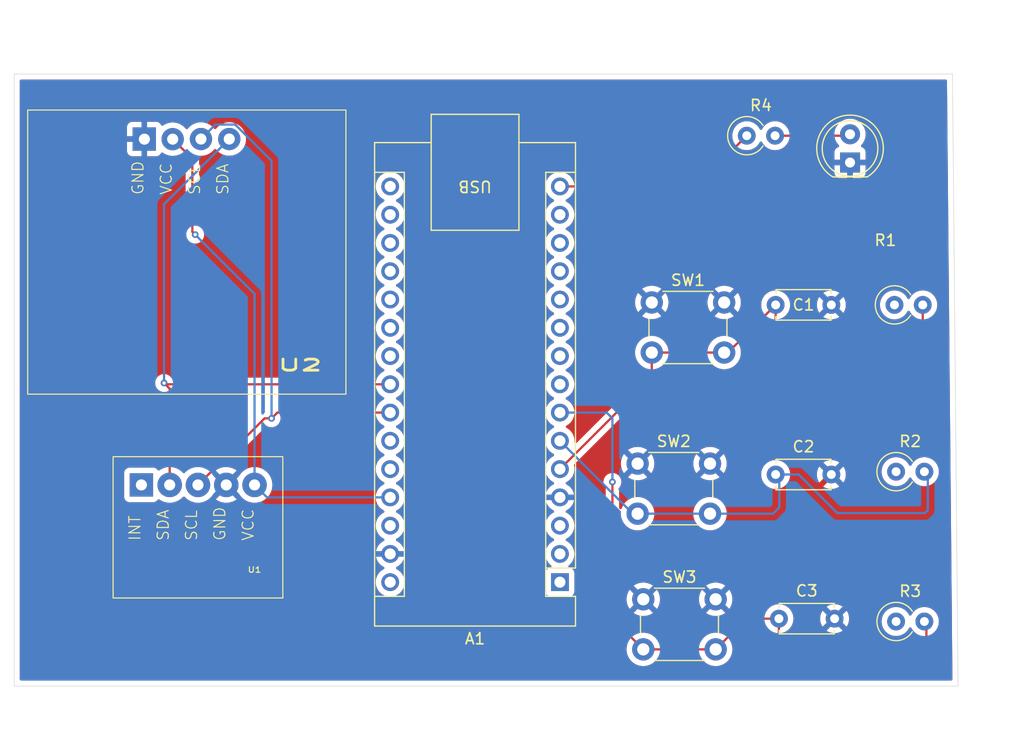
<source format=kicad_pcb>
(kicad_pcb (version 20241229) (generator "pcbnew") (generator_version "9.0")
  (layers (0 "F.Cu" signal) (2 "B.Cu" signal) (13 "F.Paste" user) (15 "B.Paste" user) (5 "F.SilkS" user "F.Silkscreen") (7 "B.SilkS" user "B.Silkscreen") (1 "F.Mask" user) (3 "B.Mask" user) (25 "Edge.Cuts" user))
  (net 0 "")
  (net 5 "GND")
  (net 12 "+5V")
  (net 16 "Net-(A1-A5)")
  (net 17 "Net-(A1-D12)")
  (net 18 "Net-(A1-D3)")
  (net 25 "Net-(A1-D2)")
  (net 26 "Net-(A1-D4)")
  (net 28 "Net-(A1-A4)")
  (net 30 "Net-(D1-A)")
  (footprint "Module:Arduino_Nano" (layer "F.Cu") (at 128 106.16 180)
    (property "Reference" "A1" (at 7.62 -5.08 0) (layer "F.SilkS"))
    (property "Value" "Arduino_Nano_v3.x")
    (fp_line (start 16.64 39.5) (end 16.64 -3.94) (stroke (width 0.12)) (layer "F.SilkS"))
    (fp_line (start 16.64 39.5) (end 11.56 39.5) (stroke (width 0.12)) (layer "F.SilkS"))
    (fp_line (start 16.64 -3.94) (end -1.4 -3.94) (stroke (width 0.12)) (layer "F.SilkS"))
    (fp_line (start 13.97 36.83) (end 16.64 36.83) (stroke (width 0.12)) (layer "F.SilkS"))
    (fp_line (start 13.97 -1.27) (end 16.64 -1.27) (stroke (width 0.12)) (layer "F.SilkS"))
    (fp_line (start 13.97 -1.27) (end 13.97 36.83) (stroke (width 0.12)) (layer "F.SilkS"))
    (fp_line (start 11.56 42.04) (end 3.68 42.04) (stroke (width 0.12)) (layer "F.SilkS"))
    (fp_line (start 11.56 31.62) (end 11.56 42.04) (stroke (width 0.12)) (layer "F.SilkS"))
    (fp_line (start 3.68 42.04) (end 3.68 31.62) (stroke (width 0.12)) (layer "F.SilkS"))
    (fp_line (start 3.68 31.62) (end 11.56 31.62) (stroke (width 0.12)) (layer "F.SilkS"))
    (fp_line (start 1.27 36.83) (end -1.4 36.83) (stroke (width 0.12)) (layer "F.SilkS"))
    (fp_line (start 1.27 1.27) (end 1.27 36.83) (stroke (width 0.12)) (layer "F.SilkS"))
    (fp_line (start 1.27 1.27) (end 1.27 -1.27) (stroke (width 0.12)) (layer "F.SilkS"))
    (fp_line (start 1.27 1.27) (end -1.4 1.27) (stroke (width 0.12)) (layer "F.SilkS"))
    (fp_line (start 1.27 -1.27) (end -1.4 -1.27) (stroke (width 0.12)) (layer "F.SilkS"))
    (fp_line (start -1.4 39.5) (end 3.68 39.5) (stroke (width 0.12)) (layer "F.SilkS"))
    (fp_line (start -1.4 1.27) (end -1.4 39.5) (stroke (width 0.12)) (layer "F.SilkS"))
    (fp_line (start -1.4 -3.94) (end -1.4 -1.27) (stroke (width 0.12)) (layer "F.SilkS"))
    (fp_text user "USB" (at 7.62 35.56 180) (layer "F.SilkS"))
    (pad "1" thru_hole rect (at 0 0 180) (size 1.6 1.6) (drill 1) (layers "*.Cu" "*.Mask"))
    (pad "2" thru_hole oval (at 0 2.54 180) (size 1.6 1.6) (drill 1) (layers "*.Cu" "*.Mask"))
    (pad "3" thru_hole oval (at 0 5.08 180) (size 1.6 1.6) (drill 1) (layers "*.Cu" "*.Mask"))
    (pad "4" thru_hole oval (at 0 7.62 180) (size 1.6 1.6) (drill 1) (layers "*.Cu" "*.Mask") (net 5 "GND"))
    (pad "5" thru_hole oval (at 0 10.16 180) (size 1.6 1.6) (drill 1) (layers "*.Cu" "*.Mask") (net 25 "Net-(A1-D2)"))
    (pad "6" thru_hole oval (at 0 12.7 180) (size 1.6 1.6) (drill 1) (layers "*.Cu" "*.Mask") (net 18 "Net-(A1-D3)"))
    (pad "7" thru_hole oval (at 0 15.24 180) (size 1.6 1.6) (drill 1) (layers "*.Cu" "*.Mask") (net 26 "Net-(A1-D4)"))
    (pad "8" thru_hole oval (at 0 17.78 180) (size 1.6 1.6) (drill 1) (layers "*.Cu" "*.Mask"))
    (pad "9" thru_hole oval (at 0 20.32 180) (size 1.6 1.6) (drill 1) (layers "*.Cu" "*.Mask"))
    (pad "10" thru_hole oval (at 0 22.86 180) (size 1.6 1.6) (drill 1) (layers "*.Cu" "*.Mask"))
    (pad "11" thru_hole oval (at 0 25.4 180) (size 1.6 1.6) (drill 1) (layers "*.Cu" "*.Mask"))
    (pad "12" thru_hole oval (at 0 27.94 180) (size 1.6 1.6) (drill 1) (layers "*.Cu" "*.Mask"))
    (pad "13" thru_hole oval (at 0 30.48 180) (size 1.6 1.6) (drill 1) (layers "*.Cu" "*.Mask"))
    (pad "14" thru_hole oval (at 0 33.02 180) (size 1.6 1.6) (drill 1) (layers "*.Cu" "*.Mask"))
    (pad "15" thru_hole oval (at 0 35.56 180) (size 1.6 1.6) (drill 1) (layers "*.Cu" "*.Mask") (net 17 "Net-(A1-D12)"))
    (pad "16" thru_hole oval (at 15.24 35.56 180) (size 1.6 1.6) (drill 1) (layers "*.Cu" "*.Mask"))
    (pad "17" thru_hole oval (at 15.24 33.02 180) (size 1.6 1.6) (drill 1) (layers "*.Cu" "*.Mask"))
    (pad "18" thru_hole oval (at 15.24 30.48 180) (size 1.6 1.6) (drill 1) (layers "*.Cu" "*.Mask"))
    (pad "19" thru_hole oval (at 15.24 27.94 180) (size 1.6 1.6) (drill 1) (layers "*.Cu" "*.Mask"))
    (pad "20" thru_hole oval (at 15.24 25.4 180) (size 1.6 1.6) (drill 1) (layers "*.Cu" "*.Mask"))
    (pad "21" thru_hole oval (at 15.24 22.86 180) (size 1.6 1.6) (drill 1) (layers "*.Cu" "*.Mask"))
    (pad "22" thru_hole oval (at 15.24 20.32 180) (size 1.6 1.6) (drill 1) (layers "*.Cu" "*.Mask"))
    (pad "23" thru_hole oval (at 15.24 17.78 180) (size 1.6 1.6) (drill 1) (layers "*.Cu" "*.Mask") (net 28 "Net-(A1-A4)"))
    (pad "24" thru_hole oval (at 15.24 15.24 180) (size 1.6 1.6) (drill 1) (layers "*.Cu" "*.Mask") (net 16 "Net-(A1-A5)"))
    (pad "25" thru_hole oval (at 15.24 12.7 180) (size 1.6 1.6) (drill 1) (layers "*.Cu" "*.Mask"))
    (pad "26" thru_hole oval (at 15.24 10.16 180) (size 1.6 1.6) (drill 1) (layers "*.Cu" "*.Mask"))
    (pad "27" thru_hole oval (at 15.24 7.62 180) (size 1.6 1.6) (drill 1) (layers "*.Cu" "*.Mask") (net 12 "+5V"))
    (pad "28" thru_hole oval (at 15.24 5.08 180) (size 1.6 1.6) (drill 1) (layers "*.Cu" "*.Mask"))
    (pad "29" thru_hole oval (at 15.24 2.54 180) (size 1.6 1.6) (drill 1) (layers "*.Cu" "*.Mask") (net 5 "GND"))
    (pad "30" thru_hole oval (at 15.24 0 180) (size 1.6 1.6) (drill 1) (layers "*.Cu" "*.Mask"))
  )
  (footprint "Button_Switch_THT:SW_PUSH_6mm_H4.3mm" (layer "F.Cu") (at 135.486 107.696)
    (property "Reference" "SW3" (at 3.25 -2 0) (layer "F.SilkS"))
    (property "Value" "SW_Push")
    (fp_line (start -0.25 1.5) (end -0.25 3) (stroke (width 0.12)) (layer "F.SilkS"))
    (fp_line (start 1 5.5) (end 5.5 5.5) (stroke (width 0.12)) (layer "F.SilkS"))
    (fp_line (start 5.5 -1) (end 1 -1) (stroke (width 0.12)) (layer "F.SilkS"))
    (fp_line (start 6.75 3) (end 6.75 1.5) (stroke (width 0.12)) (layer "F.SilkS"))
    (pad "1" thru_hole circle (at 0 0 90) (size 2 2) (drill 1.1) (layers "*.Cu" "*.Mask") (net 5 "GND"))
    (pad "1" thru_hole circle (at 6.5 0 90) (size 2 2) (drill 1.1) (layers "*.Cu" "*.Mask") (net 5 "GND"))
    (pad "2" thru_hole circle (at 0 4.5 90) (size 2 2) (drill 1.1) (layers "*.Cu" "*.Mask") (net 26 "Net-(A1-D4)"))
    (pad "2" thru_hole circle (at 6.5 4.5 90) (size 2 2) (drill 1.1) (layers "*.Cu" "*.Mask") (net 26 "Net-(A1-D4)"))
  )
  (footprint "Resistor_THT:R_Axial_DIN0309_L9.0mm_D3.2mm_P2.54mm_Vertical" (layer "F.Cu") (at 158.04 81.244)
    (property "Reference" "R1" (at -0.814 -5.806 0) (layer "F.SilkS"))
    (property "Value" "1k")
    (fp_arc (start 1.453272 0.92) (mid -1.72 0) (end 1.453272 -0.92) (stroke (width 0.12)) (layer "F.SilkS"))
    (pad "1" thru_hole circle (at 0 0) (size 1.6 1.6) (drill 0.8) (layers "*.Cu" "*.Mask") (net 12 "+5V"))
    (pad "2" thru_hole circle (at 2.54 0) (size 1.6 1.6) (drill 0.8) (layers "*.Cu" "*.Mask") (net 25 "Net-(A1-D2)"))
  )
  (footprint "Capacitor_THT:C_Disc_D4.7mm_W2.5mm_P5.00mm" (layer "F.Cu") (at 147.372 96.484)
    (property "Reference" "C2" (at 2.5 -2.5 0) (layer "F.SilkS"))
    (property "Value" "100n")
    (fp_line (start 0.03 -1.37) (end 0.03 -1.04) (stroke (width 0.12)) (layer "F.SilkS"))
    (fp_line (start 0.03 -1.37) (end 4.97 -1.37) (stroke (width 0.12)) (layer "F.SilkS"))
    (fp_line (start 0.03 1.04) (end 0.03 1.37) (stroke (width 0.12)) (layer "F.SilkS"))
    (fp_line (start 0.03 1.37) (end 4.97 1.37) (stroke (width 0.12)) (layer "F.SilkS"))
    (fp_line (start 4.97 -1.37) (end 4.97 -1.04) (stroke (width 0.12)) (layer "F.SilkS"))
    (fp_line (start 4.97 1.04) (end 4.97 1.37) (stroke (width 0.12)) (layer "F.SilkS"))
    (pad "1" thru_hole circle (at 0 0) (size 1.6 1.6) (drill 0.8) (layers "*.Cu" "*.Mask") (net 18 "Net-(A1-D3)"))
    (pad "2" thru_hole circle (at 5 0) (size 1.6 1.6) (drill 0.8) (layers "*.Cu" "*.Mask") (net 5 "GND"))
  )
  (footprint "GovindLibrary:ssd1306" (layer "F.Cu") (at 94.5 76.5)
    (property "Reference" "U2" (at 10.16 10.16 0) (layer "F.SilkS") (effects (font (size 1 2) (thickness 0.25) (bold yes))))
    (property "Value" "~")
    (fp_rect (start -14.2875 -12.7635) (end 14.2875 12.7635) (stroke (width 0.1)) (fill no) (layer "F.SilkS"))
    (fp_text user "GND" (at -3.81 -5.08 90) (layer "F.SilkS") (effects (font (thickness 0.1)) (justify left bottom)))
    (fp_text user "SDA" (at 3.81 -5.08 90) (layer "F.SilkS") (effects (font (thickness 0.1)) (justify left bottom)))
    (fp_text user "VCC" (at -1.27 -5.08 90) (layer "F.SilkS") (effects (font (thickness 0.1)) (justify left bottom)))
    (fp_text user "SCL" (at 1.27 -5.08 90) (layer "F.SilkS") (effects (font (thickness 0.1)) (justify left bottom)))
    (pad "1" thru_hole rect (at -3.81 -10.1477) (size 2.1 2.1) (drill 1 (offset -0.0123 -0.0123)) (layers "*.Cu" "*.Mask") (net 5 "GND"))
    (pad "2" thru_hole circle (at -1.27 -10.1477) (size 2 2) (drill 1) (layers "*.Cu" "*.Mask") (net 12 "+5V"))
    (pad "3" thru_hole circle (at 1.27 -10.16) (size 2 2) (drill 1) (layers "*.Cu" "*.Mask") (net 16 "Net-(A1-A5)"))
    (pad "4" thru_hole circle (at 3.81 -10.16) (size 2 2) (drill 1) (layers "*.Cu" "*.Mask") (net 28 "Net-(A1-A4)"))
  )
  (footprint "Resistor_THT:R_Axial_DIN0309_L9.0mm_D3.2mm_P2.54mm_Vertical" (layer "F.Cu") (at 158.186 96.23)
    (property "Reference" "R2" (at 1.27 -2.72 0) (layer "F.SilkS"))
    (property "Value" "1k")
    (fp_arc (start 1.453272 0.92) (mid -1.72 0) (end 1.453272 -0.92) (stroke (width 0.12)) (layer "F.SilkS"))
    (pad "1" thru_hole circle (at 0 0) (size 1.6 1.6) (drill 0.8) (layers "*.Cu" "*.Mask") (net 12 "+5V"))
    (pad "2" thru_hole circle (at 2.54 0) (size 1.6 1.6) (drill 0.8) (layers "*.Cu" "*.Mask") (net 18 "Net-(A1-D3)"))
  )
  (footprint "GovindLibrary:Max30102_5 pin inp" (layer "F.Cu") (at 95.5 102.5)
    (property "Reference" "U1" (at 5.08 2.54 0) (layer "F.SilkS") (effects (font (size 0.5 0.6) (thickness 0.1))))
    (property "Value" "~")
    (fp_rect (start -7.62 -7.62) (end 7.62 5.08) (stroke (width 0.1)) (fill no) (layer "F.SilkS"))
    (fp_text user "SDA" (at -2.54 0 90) (layer "F.SilkS") (effects (font (thickness 0.1)) (justify left bottom)))
    (fp_text user "SCL" (at 0 0 90) (layer "F.SilkS") (effects (font (thickness 0.1)) (justify left bottom)))
    (fp_text user "VCC" (at 5.08 0 90) (layer "F.SilkS") (effects (font (thickness 0.1)) (justify left bottom)))
    (fp_text user "INT" (at -5.08 0 90) (layer "F.SilkS") (effects (font (thickness 0.1)) (justify left bottom)))
    (fp_text user "GND" (at 2.54 0 90) (layer "F.SilkS") (effects (font (thickness 0.1)) (justify left bottom)))
    (pad "1" thru_hole rect (at -5.08 -5.08) (size 2.1 2.1) (drill 1) (layers "*.Cu" "*.Mask"))
    (pad "2" thru_hole circle (at -2.54 -5.08) (size 2.2 2.2) (drill 1) (layers "*.Cu" "*.Mask") (net 28 "Net-(A1-A4)"))
    (pad "3" thru_hole circle (at 0 -5.08) (size 2.2 2.2) (drill 1) (layers "*.Cu" "*.Mask") (net 16 "Net-(A1-A5)"))
    (pad "4" thru_hole circle (at 2.54 -5.08) (size 2.2 2.2) (drill 1) (layers "*.Cu" "*.Mask") (net 5 "GND"))
    (pad "5" thru_hole circle (at 5.08 -5.08) (size 2.2 2.2) (drill 1) (layers "*.Cu" "*.Mask") (net 12 "+5V"))
  )
  (footprint "LED_THT:LED_D5.0mm" (layer "F.Cu") (at 154.051 68.453 90)
    (property "Reference" "PCB-1" (hide yes))
    (property "Value" "LED")
    (fp_line (start -1.29 -1.545) (end -1.29 1.545) (stroke (width 0.12)) (layer "F.SilkS"))
    (fp_arc (start -1.29 -1.54483) (mid 2.071779 -2.880495) (end 4.26 0) (stroke (width 0.12)) (layer "F.SilkS"))
    (fp_arc (start 4.26 0) (mid 2.071779 2.880495) (end -1.29 1.54483) (stroke (width 0.12)) (layer "F.SilkS"))
    (fp_circle (center 1.27 0) (end 3.77 0) (stroke (width 0.12)) (fill no) (layer "F.SilkS"))
    (pad "1" thru_hole rect (at 0 0 90) (size 1.8 1.8) (drill 0.9) (layers "*.Cu" "*.Mask") (net 5 "GND"))
    (pad "2" thru_hole circle (at 2.54 0 90) (size 1.8 1.8) (drill 0.9) (layers "*.Cu" "*.Mask") (net 30 "Net-(D1-A)"))
  )
  (footprint "Button_Switch_THT:SW_PUSH_6mm_H4.3mm" (layer "F.Cu") (at 134.978 95.504)
    (property "Reference" "SW2" (at 3.25 -2 0) (layer "F.SilkS"))
    (property "Value" "SW_Push")
    (fp_line (start -0.25 1.5) (end -0.25 3) (stroke (width 0.12)) (layer "F.SilkS"))
    (fp_line (start 1 5.5) (end 5.5 5.5) (stroke (width 0.12)) (layer "F.SilkS"))
    (fp_line (start 5.5 -1) (end 1 -1) (stroke (width 0.12)) (layer "F.SilkS"))
    (fp_line (start 6.75 3) (end 6.75 1.5) (stroke (width 0.12)) (layer "F.SilkS"))
    (pad "1" thru_hole circle (at 0 0 90) (size 2 2) (drill 1.1) (layers "*.Cu" "*.Mask") (net 5 "GND"))
    (pad "1" thru_hole circle (at 6.5 0 90) (size 2 2) (drill 1.1) (layers "*.Cu" "*.Mask") (net 5 "GND"))
    (pad "2" thru_hole circle (at 0 4.5 90) (size 2 2) (drill 1.1) (layers "*.Cu" "*.Mask") (net 18 "Net-(A1-D3)"))
    (pad "2" thru_hole circle (at 6.5 4.5 90) (size 2 2) (drill 1.1) (layers "*.Cu" "*.Mask") (net 18 "Net-(A1-D3)"))
  )
  (footprint "Resistor_THT:R_Axial_DIN0309_L9.0mm_D3.2mm_P2.54mm_Vertical" (layer "F.Cu") (at 158.186 109.692)
    (property "Reference" "R3" (at 1.27 -2.72 0) (layer "F.SilkS"))
    (property "Value" "1k")
    (fp_arc (start 1.453272 0.92) (mid -1.72 0) (end 1.453272 -0.92) (stroke (width 0.12)) (layer "F.SilkS"))
    (pad "1" thru_hole circle (at 0 0) (size 1.6 1.6) (drill 0.8) (layers "*.Cu" "*.Mask") (net 12 "+5V"))
    (pad "2" thru_hole circle (at 2.54 0) (size 1.6 1.6) (drill 0.8) (layers "*.Cu" "*.Mask") (net 26 "Net-(A1-D4)"))
  )
  (footprint "Button_Switch_THT:SW_PUSH_6mm_H4.3mm" (layer "F.Cu") (at 136.248 81.026)
    (property "Reference" "SW1" (at 3.25 -2 0) (layer "F.SilkS"))
    (property "Value" "SW_Push")
    (fp_line (start -0.25 1.5) (end -0.25 3) (stroke (width 0.12)) (layer "F.SilkS"))
    (fp_line (start 1 5.5) (end 5.5 5.5) (stroke (width 0.12)) (layer "F.SilkS"))
    (fp_line (start 5.5 -1) (end 1 -1) (stroke (width 0.12)) (layer "F.SilkS"))
    (fp_line (start 6.75 3) (end 6.75 1.5) (stroke (width 0.12)) (layer "F.SilkS"))
    (pad "1" thru_hole circle (at 0 0 90) (size 2 2) (drill 1.1) (layers "*.Cu" "*.Mask") (net 5 "GND"))
    (pad "1" thru_hole circle (at 6.5 0 90) (size 2 2) (drill 1.1) (layers "*.Cu" "*.Mask") (net 5 "GND"))
    (pad "2" thru_hole circle (at 0 4.5 90) (size 2 2) (drill 1.1) (layers "*.Cu" "*.Mask") (net 25 "Net-(A1-D2)"))
    (pad "2" thru_hole circle (at 6.5 4.5 90) (size 2 2) (drill 1.1) (layers "*.Cu" "*.Mask") (net 25 "Net-(A1-D2)"))
  )
  (footprint "Resistor_THT:R_Axial_DIN0309_L9.0mm_D3.2mm_P2.54mm_Vertical" (layer "F.Cu") (at 144.78 66.04)
    (property "Reference" "R4" (at 1.27 -2.72 0) (layer "F.SilkS"))
    (property "Value" "1k")
    (fp_arc (start 1.453272 0.92) (mid -1.72 0) (end 1.453272 -0.92) (stroke (width 0.12)) (layer "F.SilkS"))
    (pad "1" thru_hole circle (at 0 0) (size 1.6 1.6) (drill 0.8) (layers "*.Cu" "*.Mask") (net 17 "Net-(A1-D12)"))
    (pad "2" thru_hole circle (at 2.54 0) (size 1.6 1.6) (drill 0.8) (layers "*.Cu" "*.Mask") (net 30 "Net-(D1-A)"))
  )
  (footprint "Capacitor_THT:C_Disc_D4.7mm_W2.5mm_P5.00mm" (layer "F.Cu") (at 147.372 81.244)
    (property "Reference" "C1" (at 2.5 0 0) (layer "F.SilkS"))
    (property "Value" "100n")
    (fp_line (start 0.03 -1.37) (end 0.03 -1.04) (stroke (width 0.12)) (layer "F.SilkS"))
    (fp_line (start 0.03 -1.37) (end 4.97 -1.37) (stroke (width 0.12)) (layer "F.SilkS"))
    (fp_line (start 0.03 1.04) (end 0.03 1.37) (stroke (width 0.12)) (layer "F.SilkS"))
    (fp_line (start 0.03 1.37) (end 4.97 1.37) (stroke (width 0.12)) (layer "F.SilkS"))
    (fp_line (start 4.97 -1.37) (end 4.97 -1.04) (stroke (width 0.12)) (layer "F.SilkS"))
    (fp_line (start 4.97 1.04) (end 4.97 1.37) (stroke (width 0.12)) (layer "F.SilkS"))
    (pad "1" thru_hole circle (at 0 0) (size 1.6 1.6) (drill 0.8) (layers "*.Cu" "*.Mask") (net 25 "Net-(A1-D2)"))
    (pad "2" thru_hole circle (at 5 0) (size 1.6 1.6) (drill 0.8) (layers "*.Cu" "*.Mask") (net 5 "GND"))
  )
  (footprint "Capacitor_THT:C_Disc_D4.7mm_W2.5mm_P5.00mm" (layer "F.Cu") (at 147.666 109.438)
    (property "Reference" "C3" (at 2.5 -2.5 0) (layer "F.SilkS"))
    (property "Value" "100n")
    (fp_line (start 0.03 -1.37) (end 0.03 -1.04) (stroke (width 0.12)) (layer "F.SilkS"))
    (fp_line (start 0.03 -1.37) (end 4.97 -1.37) (stroke (width 0.12)) (layer "F.SilkS"))
    (fp_line (start 0.03 1.04) (end 0.03 1.37) (stroke (width 0.12)) (layer "F.SilkS"))
    (fp_line (start 0.03 1.37) (end 4.97 1.37) (stroke (width 0.12)) (layer "F.SilkS"))
    (fp_line (start 4.97 -1.37) (end 4.97 -1.04) (stroke (width 0.12)) (layer "F.SilkS"))
    (fp_line (start 4.97 1.04) (end 4.97 1.37) (stroke (width 0.12)) (layer "F.SilkS"))
    (pad "1" thru_hole circle (at 0 0) (size 1.6 1.6) (drill 0.8) (layers "*.Cu" "*.Mask") (net 26 "Net-(A1-D4)"))
    (pad "2" thru_hole circle (at 5 0) (size 1.6 1.6) (drill 0.8) (layers "*.Cu" "*.Mask") (net 5 "GND"))
  )
  (gr_line (start 163.75 115.5) (end 163.25 60.5) (stroke (width 0.05)) (layer "Edge.Cuts"))
  (gr_line (start 163.75 115.5) (end 79 115.5) (stroke (width 0.05)) (layer "Edge.Cuts"))
  (gr_line (start 79 60.5) (end 79 63) (stroke (width 0.05)) (layer "Edge.Cuts"))
  (gr_line (start 79 115.5) (end 79 63) (stroke (width 0.05)) (layer "Edge.Cuts"))
  (gr_line (start 163.25 60.5) (end 79 60.5) (stroke (width 0.05)) (layer "Edge.Cuts"))
  (segment (start 112.891 98.54) (end 113.03 98.679) (width 0.2) (layer "F.Cu") (net 12))
  (segment (start 112.76 98.54) (end 112.891 98.54) (width 0.2) (layer "F.Cu") (net 12))
  (segment (start 94.996 68.1183) (end 93.23 66.3523) (width 0.2) (layer "F.Cu") (net 12))
  (segment (start 94.996 74.676) (end 94.996 68.1183) (width 0.2) (layer "F.Cu") (net 12))
  (segment (start 95.25 74.93) (end 94.996 74.676) (width 0.2) (layer "F.Cu") (net 12))
  (via (at 95.25 74.93) (size 0.6) (drill 0.3) (layers "F.Cu" "B.Cu") (net 12))
  (segment (start 100.58 80.26) (end 95.25 74.93) (width 0.2) (layer "B.Cu") (net 12))
  (segment (start 101.7 98.54) (end 100.58 97.42) (width 0.2) (layer "B.Cu") (net 12))
  (segment (start 112.76 98.54) (end 101.7 98.54) (width 0.2) (layer "B.Cu") (net 12))
  (segment (start 100.58 97.42) (end 100.58 80.26) (width 0.2) (layer "B.Cu") (net 12))
  (segment (start 95.77 66.34) (end 95.77 66.409) (width 0.2) (layer "F.Cu") (net 16))
  (segment (start 102.628 90.92) (end 112.76 90.92) (width 0.2) (layer "F.Cu") (net 16))
  (segment (start 95.77 66.409) (end 95.758 66.421) (width 0.2) (layer "F.Cu") (net 16))
  (segment (start 101.48 91.44) (end 95.5 97.42) (width 0.2) (layer "F.Cu") (net 16))
  (segment (start 102.108 91.44) (end 101.48 91.44) (width 0.2) (layer "F.Cu") (net 16))
  (segment (start 102.108 91.44) (end 102.628 90.92) (width 0.2) (layer "F.Cu") (net 16))
  (via (at 102.108 91.44) (size 0.6) (drill 0.3) (layers "F.Cu" "B.Cu") (net 16))
  (segment (start 97.071 65.039) (end 98.848892 65.039) (width 0.2) (layer "B.Cu") (net 16))
  (segment (start 102.108 68.298108) (end 102.108 91.44) (width 0.2) (layer "B.Cu") (net 16))
  (segment (start 98.848892 65.039) (end 102.108 68.298108) (width 0.2) (layer "B.Cu") (net 16))
  (segment (start 95.77 66.34) (end 97.071 65.039) (width 0.2) (layer "B.Cu") (net 16))
  (segment (start 140.22 70.6) (end 144.78 66.04) (width 0.2) (layer "F.Cu") (net 17))
  (segment (start 128 70.6) (end 140.22 70.6) (width 0.2) (layer "F.Cu") (net 17))
  (segment (start 161.036 96.54) (end 160.726 96.23) (width 0.2) (layer "B.Cu") (net 18))
  (segment (start 147.372 96.484) (end 149.443 96.484) (width 0.2) (layer "B.Cu") (net 18))
  (segment (start 160.782 99.949) (end 161.036 99.695) (width 0.2) (layer "B.Cu") (net 18))
  (segment (start 134.978 100.004) (end 141.478 100.004) (width 0.2) (layer "B.Cu") (net 18))
  (segment (start 141.478 100.004) (end 147.138 100.004) (width 0.2) (layer "B.Cu") (net 18))
  (segment (start 161.036 99.695) (end 161.036 96.54) (width 0.2) (layer "B.Cu") (net 18))
  (segment (start 128 93.46) (end 134.544 100.004) (width 0.2) (layer "B.Cu") (net 18))
  (segment (start 149.443 96.484) (end 152.908 99.949) (width 0.2) (layer "B.Cu") (net 18))
  (segment (start 152.908 99.949) (end 160.782 99.949) (width 0.2) (layer "B.Cu") (net 18))
  (segment (start 147.701 99.441) (end 147.701 96.813) (width 0.2) (layer "B.Cu") (net 18))
  (segment (start 134.544 100.004) (end 134.978 100.004) (width 0.2) (layer "B.Cu") (net 18))
  (segment (start 147.138 100.004) (end 147.701 99.441) (width 0.2) (layer "B.Cu") (net 18))
  (segment (start 147.701 96.813) (end 147.372 96.484) (width 0.2) (layer "B.Cu") (net 18))
  (segment (start 128 96) (end 136.248 87.752) (width 0.2) (layer "F.Cu") (net 25))
  (segment (start 147.372 81.244) (end 147.372 83.364) (width 0.2) (layer "F.Cu") (net 25))
  (segment (start 143.074 85.526) (end 143.637 84.963) (width 0.2) (layer "F.Cu") (net 25))
  (segment (start 148.844 84.836) (end 160.528 84.836) (width 0.2) (layer "F.Cu") (net 25))
  (segment (start 143.637 84.963) (end 143.653 84.963) (width 0.2) (layer "F.Cu") (net 25))
  (segment (start 160.528 84.836) (end 160.528 84.709) (width 0.2) (layer "F.Cu") (net 25))
  (segment (start 160.528 84.709) (end 160.58 84.657) (width 0.2) (layer "F.Cu") (net 25))
  (segment (start 136.248 87.752) (end 136.248 85.526) (width 0.2) (layer "F.Cu") (net 25))
  (segment (start 143.653 84.963) (end 147.372 81.244) (width 0.2) (layer "F.Cu") (net 25))
  (segment (start 136.248 85.526) (end 142.748 85.526) (width 0.2) (layer "F.Cu") (net 25))
  (segment (start 147.372 83.364) (end 148.844 84.836) (width 0.2) (layer "F.Cu") (net 25))
  (segment (start 160.58 84.657) (end 160.58 81.244) (width 0.2) (layer "F.Cu") (net 25))
  (segment (start 142.748 85.526) (end 143.074 85.526) (width 0.2) (layer "F.Cu") (net 25))
  (segment (start 135.486 112.196) (end 141.986 112.196) (width 0.2) (layer "F.Cu") (net 26))
  (segment (start 132.715 109.425) (end 135.486 112.196) (width 0.2) (layer "F.Cu") (net 26))
  (segment (start 147.666 113.249) (end 147.701 113.284) (width 0.2) (layer "F.Cu") (net 26))
  (segment (start 160.909 113.284) (end 160.909 109.875) (width 0.2) (layer "F.Cu") (net 26))
  (segment (start 132.715 97.155) (end 132.715 109.425) (width 0.2) (layer "F.Cu") (net 26))
  (segment (start 147.666 109.438) (end 147.666 113.249) (width 0.2) (layer "F.Cu") (net 26))
  (segment (start 147.701 113.284) (end 160.909 113.284) (width 0.2) (layer "F.Cu") (net 26))
  (segment (start 144.744 109.438) (end 147.666 109.438) (width 0.2) (layer "F.Cu") (net 26))
  (segment (start 160.909 109.875) (end 160.726 109.692) (width 0.2) (layer "F.Cu") (net 26))
  (segment (start 141.986 112.196) (end 144.744 109.438) (width 0.2) (layer "F.Cu") (net 26))
  (via (at 132.715 97.155) (size 0.6) (drill 0.3) (layers "F.Cu" "B.Cu") (net 26))
  (segment (start 132.461 91.186) (end 132.715 91.44) (width 0.2) (layer "B.Cu") (net 26))
  (segment (start 132.195 90.92) (end 132.461 91.186) (width 0.2) (layer "B.Cu") (net 26))
  (segment (start 128 90.92) (end 132.195 90.92) (width 0.2) (layer "B.Cu") (net 26))
  (segment (start 132.715 91.44) (end 132.715 97.155) (width 0.2) (layer "B.Cu") (net 26))
  (segment (start 92.571 88.38) (end 92.456 88.265) (width 0.2) (layer "F.Cu") (net 28))
  (segment (start 92.96 88.769) (end 92.96 97.42) (width 0.2) (layer "F.Cu") (net 28))
  (segment (start 112.76 88.38) (end 92.571 88.38) (width 0.2) (layer "F.Cu") (net 28))
  (segment (start 92.456 88.265) (end 92.96 88.769) (width 0.2) (layer "F.Cu") (net 28))
  (via (at 92.456 88.265) (size 0.6) (drill 0.3) (layers "F.Cu" "B.Cu") (net 28))
  (segment (start 92.456 72.194) (end 98.31 66.34) (width 0.2) (layer "B.Cu") (net 28))
  (segment (start 92.456 88.265) (end 92.456 72.194) (width 0.2) (layer "B.Cu") (net 28))
  (segment (start 92.456 96.916) (end 92.96 97.42) (width 0.2) (layer "B.Cu") (net 28))
  (segment (start 153.924 66.04) (end 154.051 65.913) (width 0.2) (layer "F.Cu") (net 30))
  (segment (start 147.32 66.04) (end 153.924 66.04) (width 0.2) (layer "F.Cu") (net 30))
  (zone (net 5) (net_name "GND") (layers "F.Cu" "B.Cu") (connect_pads (clearance 0.5)) (min_thickness 0.25) (fill yes (thermal_gap 0.5) (thermal_bridge_width 0.5))
    (polygon (pts (xy 77.978 53.848) (xy 77.724 118.618) (xy 169.672 121.158) (xy 168.91 54.864) (xy 77.724 54.864) (xy 77.724 54.61)))
  )
)
</source>
